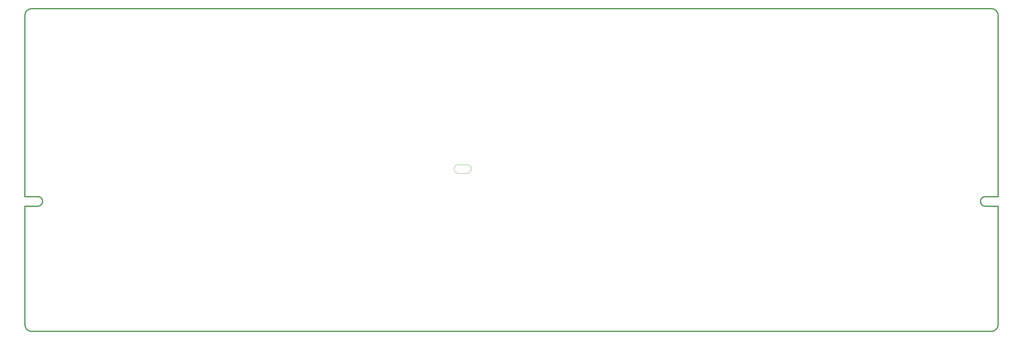
<source format=gbr>
%TF.GenerationSoftware,KiCad,Pcbnew,(6.0.8-1)-1*%
%TF.CreationDate,2024-01-26T06:36:10+01:00*%
%TF.ProjectId,tsuka60-pro,7473756b-6136-4302-9d70-726f2e6b6963,rev?*%
%TF.SameCoordinates,Original*%
%TF.FileFunction,Profile,NP*%
%FSLAX46Y46*%
G04 Gerber Fmt 4.6, Leading zero omitted, Abs format (unit mm)*
G04 Created by KiCad (PCBNEW (6.0.8-1)-1) date 2024-01-26 06:36:10*
%MOMM*%
%LPD*%
G01*
G04 APERTURE LIST*
%TA.AperFunction,Profile*%
%ADD10C,0.100000*%
%TD*%
%TA.AperFunction,Profile*%
%ADD11C,0.300000*%
%TD*%
G04 APERTURE END LIST*
D10*
X193350000Y-127950000D02*
X190800000Y-127950000D01*
X193350000Y-125450000D02*
X190800000Y-125450000D01*
X193350000Y-127950000D02*
G75*
G03*
X193350000Y-125450000I0J1250000D01*
G01*
X190800000Y-125450000D02*
G75*
G03*
X190800000Y-127950000I0J-1250000D01*
G01*
D11*
%TO.C,REF\u002A\u002A*%
X65875000Y-174300000D02*
X346875000Y-174300000D01*
X348875000Y-134800000D02*
X348875000Y-81700000D01*
X63875000Y-172300000D02*
X63875000Y-137600000D01*
X345075000Y-137600000D02*
X348875000Y-137600000D01*
X65875000Y-79700000D02*
X77525000Y-79700000D01*
X63875000Y-137600000D02*
X67675000Y-137600000D01*
X63875000Y-134800000D02*
X63875000Y-81700000D01*
X348875000Y-137600000D02*
X348875000Y-172300000D01*
X346875000Y-79700000D02*
X77525000Y-79700000D01*
X67675000Y-134800000D02*
X63875000Y-134800000D01*
X345075000Y-134800000D02*
X348875000Y-134800000D01*
X67675000Y-137600000D02*
G75*
G03*
X69075000Y-136200000I-2J1400002D01*
G01*
X63875000Y-172300000D02*
G75*
G03*
X65875000Y-174300000I1999999J-1D01*
G01*
X343675000Y-136200000D02*
G75*
G03*
X345075000Y-137600000I1400000J0D01*
G01*
X346875000Y-174300000D02*
G75*
G03*
X348875000Y-172300000I0J2000000D01*
G01*
X69075000Y-136200000D02*
G75*
G03*
X67675000Y-134800000I-1400002J-2D01*
G01*
X65875000Y-79700000D02*
G75*
G03*
X63875000Y-81700000I-1J-1999999D01*
G01*
X348875000Y-81700000D02*
G75*
G03*
X346875000Y-79700000I-2000000J0D01*
G01*
X345075000Y-134800000D02*
G75*
G03*
X343675000Y-136200000I0J-1400000D01*
G01*
%TD*%
M02*

</source>
